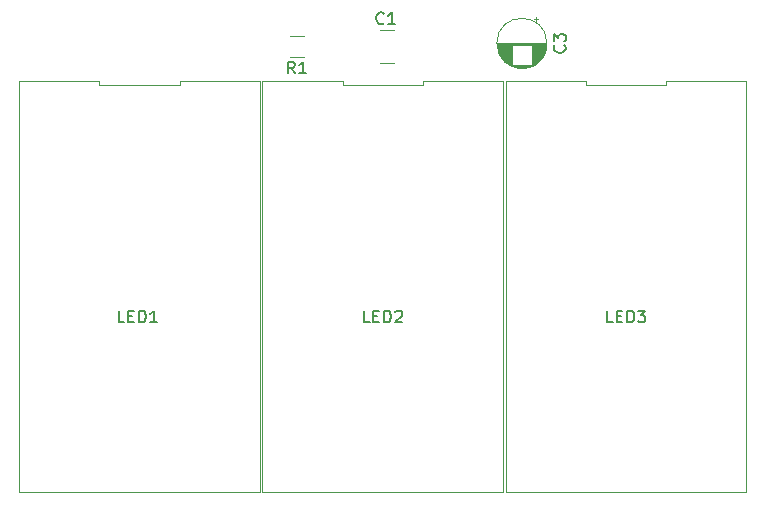
<source format=gbr>
G04 #@! TF.GenerationSoftware,KiCad,Pcbnew,(5.1.4)-1*
G04 #@! TF.CreationDate,2019-11-15T21:57:58+01:00*
G04 #@! TF.ProjectId,LEDClock,4c454443-6c6f-4636-9b2e-6b696361645f,rev?*
G04 #@! TF.SameCoordinates,Original*
G04 #@! TF.FileFunction,Legend,Top*
G04 #@! TF.FilePolarity,Positive*
%FSLAX46Y46*%
G04 Gerber Fmt 4.6, Leading zero omitted, Abs format (unit mm)*
G04 Created by KiCad (PCBNEW (5.1.4)-1) date 2019-11-15 21:57:58*
%MOMM*%
%LPD*%
G04 APERTURE LIST*
%ADD10C,0.120000*%
%ADD11C,0.150000*%
G04 APERTURE END LIST*
D10*
X136582064Y-67250000D02*
X135377936Y-67250000D01*
X136582064Y-65430000D02*
X135377936Y-65430000D01*
X157150000Y-66070000D02*
G75*
G03X157150000Y-66070000I-2120000J0D01*
G01*
X157110000Y-66070000D02*
X152950000Y-66070000D01*
X157110000Y-66110000D02*
X152950000Y-66110000D01*
X157109000Y-66150000D02*
X152951000Y-66150000D01*
X157107000Y-66190000D02*
X152953000Y-66190000D01*
X157104000Y-66230000D02*
X152956000Y-66230000D01*
X157101000Y-66270000D02*
X155870000Y-66270000D01*
X154190000Y-66270000D02*
X152959000Y-66270000D01*
X157097000Y-66310000D02*
X155870000Y-66310000D01*
X154190000Y-66310000D02*
X152963000Y-66310000D01*
X157092000Y-66350000D02*
X155870000Y-66350000D01*
X154190000Y-66350000D02*
X152968000Y-66350000D01*
X157086000Y-66390000D02*
X155870000Y-66390000D01*
X154190000Y-66390000D02*
X152974000Y-66390000D01*
X157080000Y-66430000D02*
X155870000Y-66430000D01*
X154190000Y-66430000D02*
X152980000Y-66430000D01*
X157072000Y-66470000D02*
X155870000Y-66470000D01*
X154190000Y-66470000D02*
X152988000Y-66470000D01*
X157064000Y-66510000D02*
X155870000Y-66510000D01*
X154190000Y-66510000D02*
X152996000Y-66510000D01*
X157055000Y-66550000D02*
X155870000Y-66550000D01*
X154190000Y-66550000D02*
X153005000Y-66550000D01*
X157046000Y-66590000D02*
X155870000Y-66590000D01*
X154190000Y-66590000D02*
X153014000Y-66590000D01*
X157035000Y-66630000D02*
X155870000Y-66630000D01*
X154190000Y-66630000D02*
X153025000Y-66630000D01*
X157024000Y-66670000D02*
X155870000Y-66670000D01*
X154190000Y-66670000D02*
X153036000Y-66670000D01*
X157012000Y-66710000D02*
X155870000Y-66710000D01*
X154190000Y-66710000D02*
X153048000Y-66710000D01*
X156998000Y-66750000D02*
X155870000Y-66750000D01*
X154190000Y-66750000D02*
X153062000Y-66750000D01*
X156984000Y-66791000D02*
X155870000Y-66791000D01*
X154190000Y-66791000D02*
X153076000Y-66791000D01*
X156970000Y-66831000D02*
X155870000Y-66831000D01*
X154190000Y-66831000D02*
X153090000Y-66831000D01*
X156954000Y-66871000D02*
X155870000Y-66871000D01*
X154190000Y-66871000D02*
X153106000Y-66871000D01*
X156937000Y-66911000D02*
X155870000Y-66911000D01*
X154190000Y-66911000D02*
X153123000Y-66911000D01*
X156919000Y-66951000D02*
X155870000Y-66951000D01*
X154190000Y-66951000D02*
X153141000Y-66951000D01*
X156900000Y-66991000D02*
X155870000Y-66991000D01*
X154190000Y-66991000D02*
X153160000Y-66991000D01*
X156881000Y-67031000D02*
X155870000Y-67031000D01*
X154190000Y-67031000D02*
X153179000Y-67031000D01*
X156860000Y-67071000D02*
X155870000Y-67071000D01*
X154190000Y-67071000D02*
X153200000Y-67071000D01*
X156838000Y-67111000D02*
X155870000Y-67111000D01*
X154190000Y-67111000D02*
X153222000Y-67111000D01*
X156815000Y-67151000D02*
X155870000Y-67151000D01*
X154190000Y-67151000D02*
X153245000Y-67151000D01*
X156790000Y-67191000D02*
X155870000Y-67191000D01*
X154190000Y-67191000D02*
X153270000Y-67191000D01*
X156765000Y-67231000D02*
X155870000Y-67231000D01*
X154190000Y-67231000D02*
X153295000Y-67231000D01*
X156738000Y-67271000D02*
X155870000Y-67271000D01*
X154190000Y-67271000D02*
X153322000Y-67271000D01*
X156710000Y-67311000D02*
X155870000Y-67311000D01*
X154190000Y-67311000D02*
X153350000Y-67311000D01*
X156680000Y-67351000D02*
X155870000Y-67351000D01*
X154190000Y-67351000D02*
X153380000Y-67351000D01*
X156649000Y-67391000D02*
X155870000Y-67391000D01*
X154190000Y-67391000D02*
X153411000Y-67391000D01*
X156617000Y-67431000D02*
X155870000Y-67431000D01*
X154190000Y-67431000D02*
X153443000Y-67431000D01*
X156582000Y-67471000D02*
X155870000Y-67471000D01*
X154190000Y-67471000D02*
X153478000Y-67471000D01*
X156546000Y-67511000D02*
X155870000Y-67511000D01*
X154190000Y-67511000D02*
X153514000Y-67511000D01*
X156508000Y-67551000D02*
X155870000Y-67551000D01*
X154190000Y-67551000D02*
X153552000Y-67551000D01*
X156468000Y-67591000D02*
X155870000Y-67591000D01*
X154190000Y-67591000D02*
X153592000Y-67591000D01*
X156426000Y-67631000D02*
X155870000Y-67631000D01*
X154190000Y-67631000D02*
X153634000Y-67631000D01*
X156381000Y-67671000D02*
X155870000Y-67671000D01*
X154190000Y-67671000D02*
X153679000Y-67671000D01*
X156334000Y-67711000D02*
X155870000Y-67711000D01*
X154190000Y-67711000D02*
X153726000Y-67711000D01*
X156284000Y-67751000D02*
X155870000Y-67751000D01*
X154190000Y-67751000D02*
X153776000Y-67751000D01*
X156230000Y-67791000D02*
X155870000Y-67791000D01*
X154190000Y-67791000D02*
X153830000Y-67791000D01*
X156172000Y-67831000D02*
X155870000Y-67831000D01*
X154190000Y-67831000D02*
X153888000Y-67831000D01*
X156110000Y-67871000D02*
X155870000Y-67871000D01*
X154190000Y-67871000D02*
X153950000Y-67871000D01*
X156043000Y-67911000D02*
X154017000Y-67911000D01*
X155970000Y-67951000D02*
X154090000Y-67951000D01*
X155889000Y-67991000D02*
X154171000Y-67991000D01*
X155798000Y-68031000D02*
X154262000Y-68031000D01*
X155694000Y-68071000D02*
X154366000Y-68071000D01*
X155567000Y-68111000D02*
X154493000Y-68111000D01*
X155400000Y-68151000D02*
X154660000Y-68151000D01*
X156225000Y-63800199D02*
X156225000Y-64200199D01*
X156425000Y-64000199D02*
X156025000Y-64000199D01*
X153650001Y-69240000D02*
X153650000Y-104080000D01*
X153650000Y-104080000D02*
X174049999Y-104080000D01*
X174049999Y-104080000D02*
X174050000Y-69240000D01*
X174050000Y-69240000D02*
X167250000Y-69240000D01*
X167250000Y-69240000D02*
X167250000Y-69600000D01*
X167250000Y-69600000D02*
X160450001Y-69600000D01*
X160450001Y-69600000D02*
X160450001Y-69240000D01*
X160450001Y-69240000D02*
X153650001Y-69240000D01*
X142997936Y-67700000D02*
X144202064Y-67700000D01*
X142997936Y-64980000D02*
X144202064Y-64980000D01*
X112450001Y-69240000D02*
X112450000Y-104080000D01*
X112450000Y-104080000D02*
X132849999Y-104080000D01*
X132849999Y-104080000D02*
X132850000Y-69240000D01*
X132850000Y-69240000D02*
X126050000Y-69240000D01*
X126050000Y-69240000D02*
X126050000Y-69600000D01*
X126050000Y-69600000D02*
X119250001Y-69600000D01*
X119250001Y-69600000D02*
X119250001Y-69240000D01*
X119250001Y-69240000D02*
X112450001Y-69240000D01*
X139850001Y-69240000D02*
X133050001Y-69240000D01*
X139850001Y-69600000D02*
X139850001Y-69240000D01*
X146650000Y-69600000D02*
X139850001Y-69600000D01*
X146650000Y-69240000D02*
X146650000Y-69600000D01*
X153450000Y-69240000D02*
X146650000Y-69240000D01*
X153449999Y-104080000D02*
X153450000Y-69240000D01*
X133050000Y-104080000D02*
X153449999Y-104080000D01*
X133050001Y-69240000D02*
X133050000Y-104080000D01*
D11*
X135813333Y-68612380D02*
X135480000Y-68136190D01*
X135241904Y-68612380D02*
X135241904Y-67612380D01*
X135622857Y-67612380D01*
X135718095Y-67660000D01*
X135765714Y-67707619D01*
X135813333Y-67802857D01*
X135813333Y-67945714D01*
X135765714Y-68040952D01*
X135718095Y-68088571D01*
X135622857Y-68136190D01*
X135241904Y-68136190D01*
X136765714Y-68612380D02*
X136194285Y-68612380D01*
X136480000Y-68612380D02*
X136480000Y-67612380D01*
X136384761Y-67755238D01*
X136289523Y-67850476D01*
X136194285Y-67898095D01*
X158637142Y-66236666D02*
X158684761Y-66284285D01*
X158732380Y-66427142D01*
X158732380Y-66522380D01*
X158684761Y-66665238D01*
X158589523Y-66760476D01*
X158494285Y-66808095D01*
X158303809Y-66855714D01*
X158160952Y-66855714D01*
X157970476Y-66808095D01*
X157875238Y-66760476D01*
X157780000Y-66665238D01*
X157732380Y-66522380D01*
X157732380Y-66427142D01*
X157780000Y-66284285D01*
X157827619Y-66236666D01*
X157732380Y-65903333D02*
X157732380Y-65284285D01*
X158113333Y-65617619D01*
X158113333Y-65474761D01*
X158160952Y-65379523D01*
X158208571Y-65331904D01*
X158303809Y-65284285D01*
X158541904Y-65284285D01*
X158637142Y-65331904D01*
X158684761Y-65379523D01*
X158732380Y-65474761D01*
X158732380Y-65760476D01*
X158684761Y-65855714D01*
X158637142Y-65903333D01*
X162730952Y-89702380D02*
X162254761Y-89702380D01*
X162254761Y-88702380D01*
X163064285Y-89178571D02*
X163397619Y-89178571D01*
X163540476Y-89702380D02*
X163064285Y-89702380D01*
X163064285Y-88702380D01*
X163540476Y-88702380D01*
X163969047Y-89702380D02*
X163969047Y-88702380D01*
X164207142Y-88702380D01*
X164350000Y-88750000D01*
X164445238Y-88845238D01*
X164492857Y-88940476D01*
X164540476Y-89130952D01*
X164540476Y-89273809D01*
X164492857Y-89464285D01*
X164445238Y-89559523D01*
X164350000Y-89654761D01*
X164207142Y-89702380D01*
X163969047Y-89702380D01*
X164873809Y-88702380D02*
X165492857Y-88702380D01*
X165159523Y-89083333D01*
X165302380Y-89083333D01*
X165397619Y-89130952D01*
X165445238Y-89178571D01*
X165492857Y-89273809D01*
X165492857Y-89511904D01*
X165445238Y-89607142D01*
X165397619Y-89654761D01*
X165302380Y-89702380D01*
X165016666Y-89702380D01*
X164921428Y-89654761D01*
X164873809Y-89607142D01*
X143333333Y-64357142D02*
X143285714Y-64404761D01*
X143142857Y-64452380D01*
X143047619Y-64452380D01*
X142904761Y-64404761D01*
X142809523Y-64309523D01*
X142761904Y-64214285D01*
X142714285Y-64023809D01*
X142714285Y-63880952D01*
X142761904Y-63690476D01*
X142809523Y-63595238D01*
X142904761Y-63500000D01*
X143047619Y-63452380D01*
X143142857Y-63452380D01*
X143285714Y-63500000D01*
X143333333Y-63547619D01*
X144285714Y-64452380D02*
X143714285Y-64452380D01*
X144000000Y-64452380D02*
X144000000Y-63452380D01*
X143904761Y-63595238D01*
X143809523Y-63690476D01*
X143714285Y-63738095D01*
X121380952Y-89702380D02*
X120904761Y-89702380D01*
X120904761Y-88702380D01*
X121714285Y-89178571D02*
X122047619Y-89178571D01*
X122190476Y-89702380D02*
X121714285Y-89702380D01*
X121714285Y-88702380D01*
X122190476Y-88702380D01*
X122619047Y-89702380D02*
X122619047Y-88702380D01*
X122857142Y-88702380D01*
X123000000Y-88750000D01*
X123095238Y-88845238D01*
X123142857Y-88940476D01*
X123190476Y-89130952D01*
X123190476Y-89273809D01*
X123142857Y-89464285D01*
X123095238Y-89559523D01*
X123000000Y-89654761D01*
X122857142Y-89702380D01*
X122619047Y-89702380D01*
X124142857Y-89702380D02*
X123571428Y-89702380D01*
X123857142Y-89702380D02*
X123857142Y-88702380D01*
X123761904Y-88845238D01*
X123666666Y-88940476D01*
X123571428Y-88988095D01*
X142130952Y-89702380D02*
X141654761Y-89702380D01*
X141654761Y-88702380D01*
X142464285Y-89178571D02*
X142797619Y-89178571D01*
X142940476Y-89702380D02*
X142464285Y-89702380D01*
X142464285Y-88702380D01*
X142940476Y-88702380D01*
X143369047Y-89702380D02*
X143369047Y-88702380D01*
X143607142Y-88702380D01*
X143750000Y-88750000D01*
X143845238Y-88845238D01*
X143892857Y-88940476D01*
X143940476Y-89130952D01*
X143940476Y-89273809D01*
X143892857Y-89464285D01*
X143845238Y-89559523D01*
X143750000Y-89654761D01*
X143607142Y-89702380D01*
X143369047Y-89702380D01*
X144321428Y-88797619D02*
X144369047Y-88750000D01*
X144464285Y-88702380D01*
X144702380Y-88702380D01*
X144797619Y-88750000D01*
X144845238Y-88797619D01*
X144892857Y-88892857D01*
X144892857Y-88988095D01*
X144845238Y-89130952D01*
X144273809Y-89702380D01*
X144892857Y-89702380D01*
M02*

</source>
